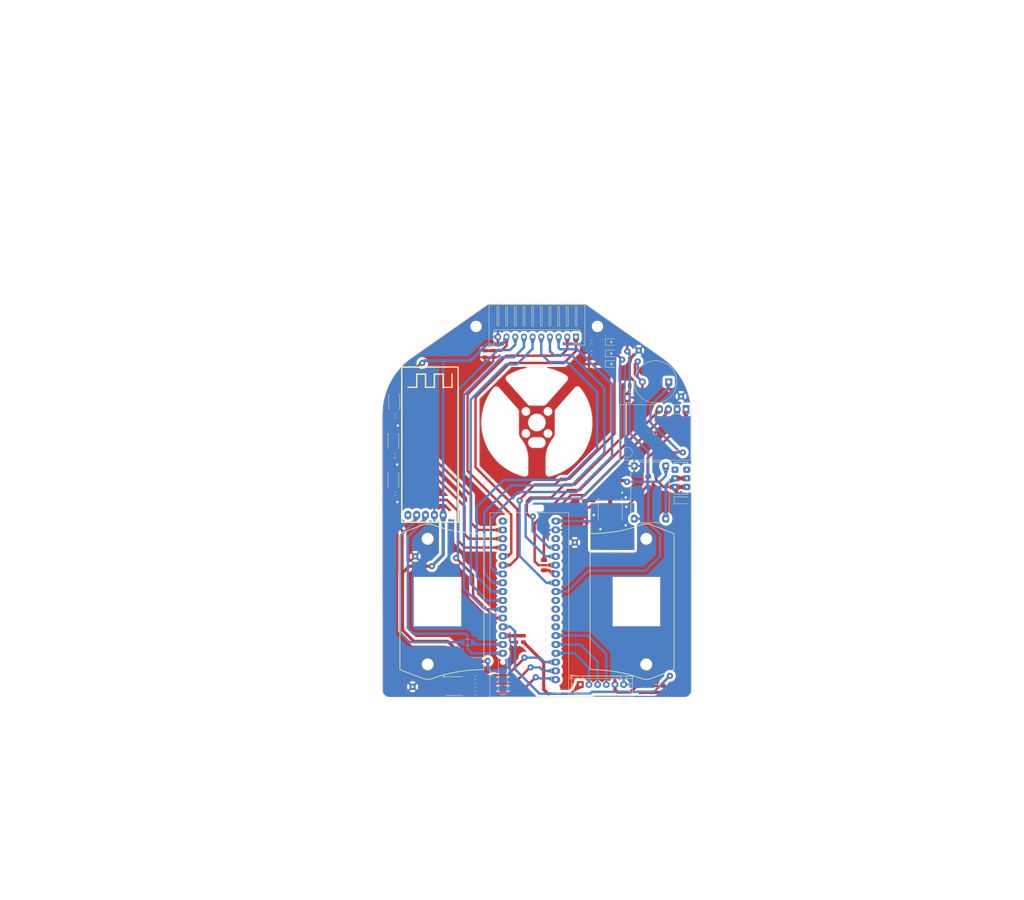
<source format=kicad_pcb>
(kicad_pcb (version 20241229) (generator "pcbnew") (generator_version "9.0")
  (layers (0 "F.Cu" signal) (2 "B.Cu" signal) (13 "F.Paste" user) (15 "B.Paste" user) (5 "F.SilkS" user "F.Silkscreen") (7 "B.SilkS" user "B.Silkscreen") (1 "F.Mask" user) (3 "B.Mask" user) (25 "Edge.Cuts" user))
  (net 0 "")
  (net 1 "Net-(BZ1--)")
  (net 2 "/Vb")
  (net 3 "GND")
  (net 4 "+3.3V")
  (net 5 "/VM")
  (net 6 "Net-(D6-K)")
  (net 7 "/SCL")
  (net 8 "/SDA")
  (net 9 "/Data_S3")
  (net 10 "/Data_1aux")
  (net 11 "/Data_S0")
  (net 12 "/Data_SIG")
  (net 13 "/Data_S1")
  (net 14 "/Data_2aux")
  (net 15 "/Data_S2")
  (net 16 "/Data_EN")
  (net 17 "/BUZ")
  (net 18 "Net-(D3-K)")
  (net 19 "Net-(U6-IN)")
  (net 20 "Net-(D4-K)")
  (net 21 "Net-(D2-BA)")
  (net 22 "Net-(D2-GA)")
  (net 23 "Net-(D2-RA)")
  (net 24 "+5V")
  (net 25 "/PUSH_3")
  (net 26 "/RST")
  (net 27 "/Curr")
  (net 28 "/ESC_M3")
  (net 29 "/ESC_M1")
  (net 30 "/ESC_M2")
  (net 31 "Net-(Q1-G)")
  (net 32 "Net-(R3-Pad2)")
  (net 33 "/V_bat")
  (net 34 "/RGB_B")
  (net 35 "/RGB_G")
  (net 36 "/RGB_R")
  (net 37 "/BL_TX")
  (net 39 "/BL_RX")
  (net 45 "/PUSH_2")
  (net 46 "/PUSH_1")
  (net 51 "/Curr_3V3")
  (net 53 "/LED_O")
  (net 54 "/LED_G")
  (net 55 "/LED_R")
  (footprint "MountingHole:MountingHole_2.2mm_M2" (layer "F.Cu") (at 103.311437 162.03857 90)
    (property "Reference" "H9" (hide yes))
    (property "Value" "M2" (hide yes))
  )
  (footprint "Resistor_SMD:R_0805_2012Metric" (layer "F.Cu") (at 100.4 221.25 -90)
    (property "Reference" "R16" (hide yes))
    (property "Value" "20k")
  )
  (footprint "MixLib:MPU6050_Module" (layer "F.Cu") (at 140.2325 161.1275 -90)
    (property "Reference" "J2")
    (property "Value" "MPU6050")
  )
  (footprint "" (layer "F.Cu") (at 148.05 151.35)
    (property "Reference" "")
    (property "Value" "")
  )
  (footprint "Resistor_SMD:R_0603_1608Metric" (layer "F.Cu") (at 122.305 135.63 180)
    (property "Reference" "R6" (hide yes))
    (property "Value" "1k" (hide yes))
  )
  (footprint "Connector_JST:JST_XH_S10B-XH-A_1x10_P2.50mm_Horizontal" (layer "F.Cu") (at 117.75 134.195 180)
    (property "Reference" "J9" (hide yes))
    (property "Value" "Sensors")
  )
  (footprint "MountingHole:MountingHole_2.2mm_M2" (layer "F.Cu") (at 103.311437 155.674608 180)
    (property "Reference" "H8" (hide yes))
    (property "Value" "M2" (hide yes))
  )
  (footprint "MountingHole:MountingHole_3mm" (layer "F.Cu") (at 75 228.6)
    (property "Reference" "H2" (hide yes))
    (property "Value" "M3" (hide yes))
  )
  (footprint "" (layer "F.Cu") (at 117.4 193.45)
    (property "Reference" "")
    (property "Value" "")
  )
  (footprint "Resistor_SMD:R_0805_2012Metric" (layer "F.Cu") (at 132.35 148.2 180)
    (property "Reference" "R8" (hide yes))
    (property "Value" "330")
  )
  (footprint "Resistor_SMD:R_0603_1608Metric" (layer "F.Cu") (at 88.7 234.65)
    (property "Reference" "R11" (hide yes))
    (property "Value" "1k")
  )
  (footprint "MixLib:BluePill" (layer "F.Cu") (at 111.92 235.55 180)
    (property "Reference" "U1" (hide yes))
    (property "Value" "BluePill_SWD_Breakout" (hide yes))
  )
  (footprint "Resistor_SMD:R_0603_1608Metric" (layer "F.Cu") (at 88.7 232.45)
    (property "Reference" "R12" (hide yes))
    (property "Value" "1k")
  )
  (footprint "Capacitor_SMD:C_0603_1608Metric" (layer "F.Cu") (at 122.9 182.2 -90)
    (property "Reference" "C1" (hide yes))
    (property "Value" "100nF")
  )
  (footprint "MountingHole:MountingHole_3mm" (layer "F.Cu") (at 88.95 131.15)
    (property "Reference" "H11" (hide yes))
    (property "Value" "M3")
  )
  (footprint "Resistor_SMD:R_0603_1608Metric" (layer "F.Cu") (at 88.7 236.85)
    (property "Reference" "R10" (hide yes))
    (property "Value" "1k")
  )
  (footprint "Capacitor_SMD:C_0603_1608Metric" (layer "F.Cu") (at 121.65 187.7 180)
    (property "Reference" "C5" (hide yes))
    (property "Value" "100nF")
  )
  (footprint "MixLib:SW_Push_Sw-3424p_Handsolder" (layer "F.Cu") (at 65.1 164.17 -90)
    (property "Reference" "SW2" (hide yes))
    (property "Value" "PUSH_2")
  )
  (footprint "Capacitor_SMD:C_0805_2012Metric" (layer "F.Cu") (at 93.9 139.1 -90)
    (property "Reference" "C4" (hide yes))
    (property "Value" "100nF" (hide yes))
  )
  (footprint "MountingHole:MountingHole_3mm" (layer "F.Cu") (at 138.02 192.40426)
    (property "Reference" "H3" (hide yes))
    (property "Value" "M3" (hide yes))
  )
  (footprint "Buzzer_Beeper:Buzzer_12x9.5RM7.6" (layer "F.Cu") (at 144.5 147.15 180)
    (property "Reference" "BZ1" (hide yes))
    (property "Value" "Buzzer" (hide yes))
  )
  (footprint "MountingHole:MountingHole_3mm" (layer "F.Cu") (at 123.95 131.15)
    (property "Reference" "H12" (hide yes))
    (property "Value" "M3")
  )
  (footprint "" (layer "F.Cu") (at 70.65 235.05)
    (property "Reference" "")
    (property "Value" "")
  )
  (footprint "MixLib:HC05" (layer "F.Cu") (at 75.66 165.23 -90)
    (property "Reference" "U3" (hide yes))
    (property "Value" "HC05")
  )
  (footprint "MixLib:Mini360_step-down" (layer "F.Cu") (at 139.1 179 90)
    (property "Reference" "U6" (hide yes))
    (property "Value" "CN3905" (hide yes))
  )
  (footprint "MixLib:MagicAlonso_Red_Mod_23.5mm" (layer "F.Cu") (at 135.27 213.40426 180)
    (property "Reference" "REF**" (hide yes))
    (property "Value" "MagicAlonso_Red_Mod_23.5mm" (hide yes))
    (fp_rect (start -6.75 -4.2) (end 6.95 10) (stroke (width 0.1)) (fill no) (layer "Edge.Cuts"))
  )
  (footprint "Resistor_SMD:R_0805_2012Metric" (layer "F.Cu") (at 102.6 221.25 90)
    (property "Reference" "R14" (hide yes))
    (property "Value" "10k")
  )
  (footprint "Resistor_SMD:R_0805_2012Metric" (layer "F.Cu") (at 139.7 235.75 90)
    (property "Reference" "R4" (hide yes))
    (property "Value" "100k")
  )
  (footprint "Capacitor_SMD:C_0805_2012Metric" (layer "F.Cu") (at 91.5 139.1 -90)
    (property "Reference" "C3" (hide yes))
    (property "Value" "10UF")
  )
  (footprint "Resistor_SMD:R_1206_3216Metric" (layer "F.Cu") (at 108.55 200 90)
    (property "Reference" "REF**" (hide yes))
    (property "Value" "R_1206_3216Metric")
  )
  (footprint "LED_SMD:LED_RGB_5050-6" (layer "F.Cu") (at 82.675 234.85)
    (property "Reference" "D2" (hide yes))
    (property "Value" "LED_RGB")
  )
  (footprint "Connector_JST:JST_XH_B6B-XH-A_1x06_P2.50mm_Vertical" (layer "F.Cu") (at 119 234.4)
    (property "Reference" "J5" (hide yes))
    (property "Value" "ESC")
  )
  (footprint "MixLib:LED_0805_2012Metric" (layer "F.Cu") (at 127.7675 135.67)
    (property "Reference" "D6" (hide yes))
    (property "Value" "LED_BLUE" (hide yes))
  )
  (footprint "MixLib:SW_Push_Sw-3424p_Handsolder" (layer "F.Cu") (at 65.1 175.44 -90)
    (property "Reference" "SW4" (hide yes))
    (property "Value" "PUSH_1")
  )
  (footprint "" (layer "F.Cu") (at 135.85 138.1)
    (property "Reference" "")
    (property "Value" "")
  )
  (footprint "MixLib:SW_Push_Sw-3424p_Handsolder" (layer "F.Cu") (at 65.35 152.9 -90)
    (property "Reference" "SW3" (hide yes))
    (property "Value" "PUSH_3")
  )
  (footprint "Resistor_SMD:R_0603_1608Metric" (layer "F.Cu") (at 65.55 157.05)
    (property "Reference" "R13" (hide yes))
    (property "Value" "10k")
  )
  (footprint "Resistor_SMD:R_0603_1608Metric" (layer "F.Cu") (at 65.55 168.45)
    (property "Reference" "R1" (hide yes))
    (property "Value" "10k")
  )
  (footprint "Resistor_SMD:R_0603_1608Metric" (layer "F.Cu") (at 65.6 179.4)
    (property "Reference" "R9" (hide yes))
    (property "Value" "10k")
  )
  (footprint "MixLib:MagicAlonso_Red_Mod_23.5mm" (layer "F.Cu") (at 77.75 207.6)
    (property "Reference" "REF**" (hide yes))
    (property "Value" "MagicAlonso_Red_Mod_23.5mm" (hide yes))
    (fp_rect (start -6.75 -4.2) (end 6.95 10) (stroke (width 0.1)) (fill no) (layer "Edge.Cuts"))
  )
  (footprint "MountingHole:MountingHole_2.2mm_M2" (layer "F.Cu") (at 109.675399 162.03857 90)
    (property "Reference" "H10" (hide yes))
    (property "Value" "M2" (hide yes))
  )
  (footprint "Capacitor_SMD:C_0805_2012Metric" (layer "F.Cu") (at 120.25 182.4 -90)
    (property "Reference" "C6" (hide yes))
    (property "Value" "10uF")
  )
  (footprint "Resistor_SMD:R_0603_1608Metric" (layer "F.Cu") (at 122.305 142.03 180)
    (property "Reference" "R2" (hide yes))
    (property "Value" "1k")
  )
  (footprint "" (layer "F.Cu") (at 71.4 197.45)
    (property "Reference" "")
    (property "Value" "")
  )
  (footprint "MixLib:SW_DPDT_SLIDE_THT" (layer "F.Cu") (at 148 174.95 90)
    (property "Reference" "SW1" (hide yes))
    (property "Value" "Power_SW")
  )
  (footprint "Package_TO_SOT_SMD:SOT-23" (layer "F.Cu") (at 133.4375 151.65)
    (property "Reference" "Q1" (hide yes))
    (property "Value" "IRLML2502")
  )
  (footprint "MixLib:LED_0805_2012Metric" (layer "F.Cu") (at 127.7675 142.01)
    (property "Reference" "D3" (hide yes))
    (property "Value" "LED_BLUE")
  )
  (footprint "Diode_SMD:D_SOD-123" (layer "F.Cu") (at 148.4 181.3)
    (property "Reference" "D1" (hide yes))
    (property "Value" "SS14")
  )
  (footprint "Resistor_SMD:R_0805_2012Metric" (layer "F.Cu") (at 136.5 235.75 -90)
    (property "Reference" "R3" (hide yes))
    (property "Value" "330k")
  )
  (footprint "MountingHole:MountingHole_2.2mm_M2" (layer "F.Cu") (at 109.675399 155.674608 180)
    (property "Reference" "H7" (hide yes))
    (property "Value" "M2" (hide yes))
  )
  (footprint "MixLib:LED_0805_2012Metric" (layer "F.Cu") (at 127.7675 138.97)
    (property "Reference" "D4" (hide yes))
    (property "Value" "LED_BLUE")
  )
  (footprint "Package_TO_SOT_SMD:TO-252-3_TabPin2" (layer "F.Cu") (at 127.625 184.115 -90)
    (property "Reference" "U2" (hide yes))
    (property "Value" "AMS1117CD-3.3")
  )
  (footprint "Resistor_SMD:R_0805_2012Metric" (layer "F.Cu") (at 142.9 235.75 -90)
    (property "Reference" "R5" (hide yes))
    (property "Value" "1k")
  )
  (footprint "Capacitor_SMD:C_0805_2012Metric" (layer "F.Cu") (at 121.55 189.8 180)
    (property "Reference" "C7" (hide yes))
    (property "Value" "10uF")
  )
  (footprint "MountingHole:MountingHole_3mm" (layer "F.Cu") (at 75 192.4)
    (property "Reference" "H1" (hide yes))
    (property "Value" "M3" (hide yes))
  )
  (footprint "Resistor_SMD:R_0603_1608Metric" (layer "F.Cu") (at 122.305 138.83 180)
    (property "Reference" "R7" (hide yes))
    (property "Value" "1k")
  )
  (footprint "MountingHole:MountingHole_3mm" (layer "F.Cu") (at 138.02 228.60426)
    (property "Reference" "H4" (hide yes))
    (property "Value" "M3" (hide yes))
  )
  (footprint "Resistor_SMD:R_1206_3216Metric" (layer "B.Cu") (at 86.55 222.25)
    (property "Reference" "REF**" (hide yes))
    (property "Value" "R_1206_3216Metric")
  )
  (footprint "Resistor_SMD:R_1206_3216Metric" (layer "B.Cu") (at 138.6 175.95 90)
    (property "Reference" "REF**" (hide yes))
    (property "Value" "R_1206_3216Metric")
  )
  (gr_line (start 64 238) (end 149 238) (stroke (width 0.1)) (layer "Edge.Cuts"))
  (gr_line (start 120.51 124.76) (end 142.441908 140.116887) (stroke (width 0.1)) (layer "Edge.Cuts"))
  (gr_line (start 104.95 182.55) (end 107.95 182.55) (stroke (width 0.1)) (layer "Edge.Cuts"))
  (gr_arc (start 104.45 183.05) (mid 104.596447 182.696447) (end 104.95 182.55) (stroke (width 0.1)) (layer "Edge.Cuts"))
  (gr_line (start 109.143679 153.625768) (end 115.210406 146.814408) (stroke (width 0.1)) (layer "Edge.Cuts"))
  (gr_arc (start 108.45 184.05) (mid 108.303553 184.403553) (end 107.95 184.55) (stroke (width 0.1)) (layer "Edge.Cuts"))
  (gr_arc (start 118.977653 148.849398) (mid 121.631172 164.038134) (end 110.226751 174.414938) (stroke (width 0.1)) (layer "Edge.Cuts"))
  (gr_line (start 111.928653 155.009499) (end 117.450643 148.809738) (stroke (width 0.1)) (layer "Edge.Cuts"))
  (gr_arc (start 101.769599 163.312436) (mid 101.42946 162.715446) (end 101.311437 162.03857) (stroke (width 0.1)) (layer "Edge.Cuts"))
  (gr_line (start 92.51 124.76) (end 70.498872 140.172358) (stroke (width 0.1)) (layer "Edge.Cuts"))
  (gr_arc (start 94.009183 148.849398) (mid 94.763484 148.475185) (end 95.536193 148.809738) (stroke (width 0.1)) (layer "Edge.Cuts"))
  (gr_arc (start 142.441908 140.116887) (mid 148.708875 147.261651) (end 150.970377 156.492476) (stroke (width 0.1)) (layer "Edge.Cuts"))
  (gr_arc (start 64 238) (mid 62.585786 237.414214) (end 62 236.000993) (stroke (width 0.1)) (layer "Edge.Cuts"))
  (gr_circle (center 103.311437 155.674608) (end 104.311437 155.674608) (stroke (width 0.1)) (fill no) (layer "Edge.Cuts"))
  (gr_arc (start 109.143679 153.625768) (mid 108.806134 153.873101) (end 108.396935 153.960658) (stroke (width 0.1)) (layer "Edge.Cuts"))
  (gr_line (start 103.993418 169.495509) (end 103.993418 173.442541) (stroke (width 0.1)) (layer "Edge.Cuts"))
  (gr_line (start 108.993418 169.495509) (end 108.993418 173.442541) (stroke (width 0.1)) (layer "Edge.Cuts"))
  (gr_arc (start 110.226751 174.414938) (mid 109.374279 174.227822) (end 108.993418 173.442541) (stroke (width 0.1)) (layer "Edge.Cuts"))
  (gr_arc (start 105.493418 166.156589) (mid 103.993418 164.656589) (end 105.493418 163.156589) (stroke (width 0.1)) (layer "Edge.Cuts"))
  (gr_arc (start 61.970403 156.56285) (mid 64.228465 147.323732) (end 70.498872 140.172358) (stroke (width 0.1)) (layer "Edge.Cuts"))
  (gr_circle (center 106.493418 158.856589) (end 106.593418 158.856589) (stroke (width 0.1)) (fill no) (layer "Edge.Cuts"))
  (gr_line (start 108.45 183.05) (end 108.45 184.05) (stroke (width 0.1)) (layer "Edge.Cuts"))
  (gr_arc (start 104.589903 153.960658) (mid 104.180702 153.873103) (end 103.843157 153.625768) (stroke (width 0.1)) (layer "Edge.Cuts"))
  (gr_arc (start 107.493418 163.156589) (mid 108.993418 164.656589) (end 107.493418 166.156589) (stroke (width 0.1)) (layer "Edge.Cuts"))
  (gr_arc (start 117.450643 148.809738) (mid 118.223352 148.475186) (end 118.977653 148.849398) (stroke (width 0.1)) (layer "Edge.Cuts"))
  (gr_arc (start 111.675399 162.03857) (mid 111.557381 162.715448) (end 111.217237 163.312436) (stroke (width 0.1)) (layer "Edge.Cuts"))
  (gr_line (start 107.95 184.55) (end 104.95 184.55) (stroke (width 0.1)) (layer "Edge.Cuts"))
  (gr_arc (start 111.675399 155.674609) (mid 111.740847 155.318759) (end 111.928653 155.009499) (stroke (width 0.1)) (layer "Edge.Cuts"))
  (gr_line (start 107.493418 163.156589) (end 105.493418 163.156589) (stroke (width 0.1)) (layer "Edge.Cuts"))
  (gr_line (start 111.675399 162.03857) (end 111.675399 155.674609) (stroke (width 0.1)) (layer "Edge.Cuts"))
  (gr_line (start 92.51 124.76) (end 120.51 124.76) (stroke (width 0.1)) (layer "Edge.Cuts"))
  (gr_arc (start 101.058183 155.009499) (mid 101.245982 155.318761) (end 101.311437 155.674608) (stroke (width 0.1)) (layer "Edge.Cuts"))
  (gr_arc (start 107.95 182.55) (mid 108.303553 182.696447) (end 108.45 183.05) (stroke (width 0.1)) (layer "Edge.Cuts"))
  (gr_arc (start 102.760085 174.414938) (mid 91.355664 164.038134) (end 94.009183 148.849398) (stroke (width 0.1)) (layer "Edge.Cuts"))
  (gr_line (start 101.311437 155.674608) (end 101.311437 162.03857) (stroke (width 0.1)) (layer "Edge.Cuts"))
  (gr_arc (start 108.993418 169.495509) (mid 109.566276 166.210096) (end 111.217237 163.312436) (stroke (width 0.1)) (layer "Edge.Cuts"))
  (gr_line (start 62 236.000993) (end 61.970403 156.56285) (stroke (width 0.1)) (layer "Edge.Cuts"))
  (gr_circle (center 106.493418 158.856589) (end 108.993418 158.856589) (stroke (width 0.1)) (fill no) (layer "Edge.Cuts"))
  (gr_circle (center 103.311437 162.03857) (end 104.311437 162.03857) (stroke (width 0.1)) (fill no) (layer "Edge.Cuts"))
  (gr_line (start 95.536193 148.809738) (end 101.058183 155.009499) (stroke (width 0.1)) (layer "Edge.Cuts"))
  (gr_line (start 104.45 184.05) (end 104.45 183.05) (stroke (width 0.1)) (layer "Edge.Cuts"))
  (gr_line (start 97.776429 146.814409) (end 103.843157 153.625768) (stroke (width 0.1)) (layer "Edge.Cuts"))
  (gr_arc (start 103.993418 173.442541) (mid 103.612557 174.227822) (end 102.760085 174.414938) (stroke (width 0.1)) (layer "Edge.Cuts"))
  (gr_arc (start 104.95 184.55) (mid 104.596447 184.403553) (end 104.45 184.05) (stroke (width 0.1)) (layer "Edge.Cuts"))
  (gr_arc (start 151 236.000993) (mid 150.414214 237.414214) (end 149 238) (stroke (width 0.1)) (layer "Edge.Cuts"))
  (gr_line (start 151 236) (end 150.970377 156.492476) (stroke (width 0.1)) (layer "Edge.Cuts"))
  (gr_arc (start 97.776429 146.814409) (mid 97.533167 146.008289) (end 97.991826 145.302146) (stroke (width 0.1)) (layer "Edge.Cuts"))
  (gr_line (start 104.589903 153.960658) (end 108.396935 153.960658) (stroke (width 0.1)) (layer "Edge.Cuts"))
  (gr_circle (center 109.675399 155.674608) (end 110.675399 155.674608) (stroke (width 0.1)) (fill no) (layer "Edge.Cuts"))
  (gr_circle (center 109.675399 162.03857) (end 110.675399 162.03857) (stroke (width 0.1)) (fill no) (layer "Edge.Cuts"))
  (gr_arc (start 97.991826 145.302146) (mid 106.493418 142.856589) (end 114.99501 145.302146) (stroke (width 0.1)) (layer "Edge.Cuts"))
  (gr_arc (start 114.99501 145.302146) (mid 115.453668 146.008289) (end 115.210406 146.814408) (stroke (width 0.1)) (layer "Edge.Cuts"))
  (gr_line (start 105.493418 166.156589) (end 107.493418 166.156589) (stroke (width 0.1)) (layer "Edge.Cuts"))
  (gr_arc (start 101.769599 163.312436) (mid 103.420561 166.210096) (end 103.993418 169.495509) (stroke (width 0.1)) (layer "Edge.Cuts"))
  (segment (start 135.55 141.25) (end 134.75 142.05) (width 0.7) (layer "F.Cu") (net 1))
  (segment (start 134.75 142.05) (end 134.75 145) (width 0.7) (layer "F.Cu") (net 1))
  (segment (start 136.15 151.65) (end 136.9 150.9) (width 0.7) (layer "F.Cu") (net 1))
  (segment (start 134.375 151.65) (end 136.15 151.65) (width 0.7) (layer "F.Cu") (net 1))
  (segment (start 134.75 145) (end 136.9 147.15) (width 0.7) (layer "F.Cu") (net 1))
  (segment (start 136.9 150.9) (end 136.9 147.15) (width 0.7) (layer "F.Cu") (net 1))
  (via (at 135.55 141.25) (size 1.8) (drill 0.7) (layers "F.Cu" "B.Cu") (net 1))
  (segment (start 135.55 145.8) (end 136.9 147.15) (width 0.7) (layer "B.Cu") (net 1))
  (segment (start 135.55 141.25) (end 135.55 145.8) (width 0.7) (layer "B.Cu") (net 1))
  (segment (start 146.3 177.45) (end 149.7 177.45) (width 0.9) (layer "F.Cu") (net 2))
  (segment (start 140.85 170.05) (end 140.85 175.3) (width 0.7) (layer "F.Cu") (net 2))
  (segment (start 146.75 177.9) (end 146.3 177.45) (width 0.9) (layer "F.Cu") (net 2))
  (segment (start 140.85 175.3) (end 143 177.45) (width 0.7) (layer "F.Cu") (net 2))
  (segment (start 146.75 181.3) (end 146.75 177.9) (width 0.9) (layer "F.Cu") (net 2))
  (segment (start 148.55 167.5) (end 143.4 167.5) (width 0.7) (layer "F.Cu") (net 2))
  (segment (start 143.4 167.5) (end 140.85 170.05) (width 0.7) (layer "F.Cu") (net 2))
  (segment (start 143 177.45) (end 146.3 177.45) (width 0.7) (layer "F.Cu") (net 2))
  (via (at 148.55 167.5) (size 1.8) (drill 0.7) (layers "F.Cu" "B.Cu") (net 2))
  (segment (start 147.8 167.5) (end 148.55 167.5) (width 0.7) (layer "B.Cu") (net 2))
  (segment (start 139.25 158.95) (end 147.8 167.5) (width 0.7) (layer "B.Cu") (net 2))
  (segment (start 144.5 148.65) (end 139.25 153.9) (width 0.7) (layer "B.Cu") (net 2))
  (segment (start 139.25 153.9) (end 139.25 158.95) (width 0.7) (layer "B.Cu") (net 2))
  (segment (start 144.5 147.15) (end 144.5 148.65) (width 0.7) (layer "B.Cu") (net 2))
  (segment (start 122.875 182.95) (end 122.9 182.975) (width 0.7) (layer "F.Cu") (net 3))
  (segment (start 120.25 183.35) (end 121.6 183.35) (width 0.7) (layer "F.Cu") (net 3))
  (segment (start 121.6 183.35) (end 122 182.95) (width 0.7) (layer "F.Cu") (net 3))
  (segment (start 122 182.95) (end 122.875 182.95) (width 0.7) (layer "F.Cu") (net 3))
  (via (at 66.4 159.75) (size 1.8) (drill 0.7) (layers "F.Cu" "B.Cu") (net 3))
  (via (at 66.2 171) (size 1.8) (drill 0.7) (layers "F.Cu" "B.Cu") (net 3))
  (via (at 132.1 180.45) (size 1.8) (drill 0.7) (layers "F.Cu" "B.Cu") (net 3))
  (via (at 66.25 181.8) (size 1.8) (drill 0.7) (layers "F.Cu" "B.Cu") (net 3))
  (segment (start 96.68 233.01) (end 99.16 233.01) (width 0.9) (layer "B.Cu") (net 3))
  (segment (start 96.68 235.55) (end 93.3 235.55) (width 0.9) (layer "B.Cu") (net 3))
  (segment (start 96.68 235.55) (end 99.45 235.55) (width 0.9) (layer "B.Cu") (net 3))
  (segment (start 96.68 233.01) (end 93.34 233.01) (width 0.9) (layer "B.Cu") (net 3))
  (segment (start 67.725 202.175) (end 67.725 190.075) (width 0.7) (layer "F.Cu") (net 4))
  (segment (start 62.58 162.17) (end 62.5 162.25) (width 0.7) (layer "F.Cu") (net 4))
  (segment (start 65.35 151.1) (end 65.35 150.9) (width 0.7) (layer "F.Cu") (net 4))
  (segment (start 97.75 136.65) (end 97.75 134.195) (width 0.7) (layer "F.Cu") (net 4))
  (segment (start 149.4725 158.0775) (end 138.4 169.15) (width 0.7) (layer "F.Cu") (net 4))
  (segment (start 73.05 141.8) (end 65.35 149.5) (width 0.7) (layer "F.Cu") (net 4))
  (segment (start 149.4725 155.0475) (end 149.4725 158.0775) (width 0.7) (layer "F.Cu") (net 4))
  (segment (start 62.56 173.44) (end 62.5 173.5) (width 0.7) (layer "F.Cu") (net 4))
  (segment (start 79.47 197.03) (end 79.47 185.55) (width 0.9) (layer "F.Cu") (net 4))
  (segment (start 71 221.95) (end 67.75 218.7) (width 0.9) (layer "F.Cu") (net 4))
  (segment (start 80.8 221.95) (end 71 221.95) (width 0.9) (layer "F.Cu") (net 4))
  (segment (start 67.725 190.075) (end 62.5 184.85) (width 0.7) (layer "F.Cu") (net 4))
  (segment (start 138.4 177.05) (end 132.3 183.15) (width 0.7) (layer "F.Cu") (net 4))
  (segment (start 73.45 141.7) (end 73.35 141.8) (width 0.7) (layer "F.Cu") (net 4))
  (segment (start 127.625 179.075) (end 127.625 185.375) (width 1.2) (layer "F.Cu") (net 4))
  (segment (start 67.75 202.2) (end 67.725 202.175) (width 0.7) (layer "F.Cu") (net 4))
  (segment (start 93.9 138.15) (end 96.25 138.15) (width 0.7) (layer "F.Cu") (net 4))
  (segment (start 67.75 202.2) (end 69.65 200.3) (width 0.9) (layer "F.Cu") (net 4))
  (segment (start 62.5 162.25) (end 62.5 156) (width 0.7) (layer "F.Cu") (net 4))
  (segment (start 92.175 227.725) (end 86.575 227.725) (width 0.9) (layer "F.Cu") (net 4))
  (segment (start 64.85 150.9) (end 65.35 150.9) (width 0.7) (layer "F.Cu") (net 4))
  (segment (start 65.1 162.17) (end 62.58 162.17) (width 0.7) (layer "F.Cu") (net 4))
  (segment (start 65.35 149.5) (end 65.35 150.9) (width 0.7) (layer "F.Cu") (net 4))
  (segment (start 91.5 138.15) (end 93.9 138.15) (width 0.7) (layer "F.Cu") (net 4))
  (segment (start 67.75 218.7) (end 67.75 202.2) (width 0.9) (layer "F.Cu") (net 4))
  (segment (start 92.3 227.6) (end 92.175 227.725) (width 0.9) (layer "F.Cu") (net 4))
  (segment (start 138.4 169.15) (end 138.4 177.05) (width 0.7) (layer "F.Cu") (net 4))
  (segment (start 62.5 173.5) (end 62.5 162.25) (width 0.7) (layer "F.Cu") (net 4))
  (segment (start 62.5 184.85) (end 62.5 173.5) (width 0.7) (layer "F.Cu") (net 4))
  (segment (start 86.575 227.725) (end 80.8 221.95) (width 0.9) (layer "F.Cu") (net 4))
  (segment (start 69.65 200.3) (end 76.2 200.3) (width 0.9) (layer "F.Cu") (net 4))
  (segment (start 96.25 138.15) (end 97.75 136.65) (width 0.7) (layer "F.Cu") (net 4))
  (segment (start 76.2 200.3) (end 79.47 197.03) (width 0.9) (layer "F.Cu") (net 4))
  (segment (start 62.5 156) (end 63 155.5) (width 0.7) (layer "F.Cu") (net 4))
  (segment (start 73.35 141.8) (end 73.05 141.8) (width 0.7) (layer "F.Cu") (net 4))
  (segment (start 127.583333 185.333333) (end 127.625 185.375) (width 0.7) (layer "F.Cu") (net 4))
  (segment (start 63 152.75) (end 64.85 150.9) (width 0.7) (layer "F.Cu") (net 4))
  (segment (start 63 155.5) (end 63 152.75) (width 0.7) (layer "F.Cu") (net 4))
  (segment (start 65.1 173.44) (end 62.56 173.44) (width 0.7) (layer "F.Cu") (net 4))
  (via (at 122.9 185.55) (size 1.8) (drill 0.7) (layers "F.Cu" "B.Cu") (net 4))
  (via (at 92.3 227.6) (size 1.8) (drill 0.7) (layers "F.Cu" "B.Cu") (net 4))
  (via (at 76.2 200.3) (size 1.8) (drill 0.7) (layers "F.Cu" "B.Cu") (net 4))
  (via (at 124.8 189.6) (size 1.8) (drill 0.7) (layers "F.Cu" "B.Cu") (net 4))
  (via (at 132.3 183.15) (size 1.8) (drill 0.7) (layers "F.Cu" "B.Cu") (net 4))
  (via (at 132.1 188.5) (size 1.8) (drill 0.7) (layers "F.Cu" "B.Cu") (net 4))
  (via (at 73.45 141.7) (size 1.8) (drill 0.7) (layers "F.Cu" "B.Cu") (net 4))
  (segment (start 93.045 230.47) (end 96.68 230.47) (width 0.9) (layer "B.Cu") (net 4))
  (segment (start 92.3 227.6) (end 92.3 229.725) (width 0.9) (layer "B.Cu") (net 4))
  (segment (start 97.75 135.05) (end 97.75 134.195) (width 0.9) (layer "B.Cu") (net 4))
  (segment (start 74.1 141.05) (end 79.45 141.05) (width 0.9) (layer "B.Cu") (net 4))
  (segment (start 92.1 136.3) (end 96.5 136.3) (width 0.9) (layer "B.Cu") (net 4))
  (segment (start 79.47 141.07) (end 79.47 185.55) (width 0.7) (layer "B.Cu") (net 4))
  (segment (start 92.3 229.725) (end 93.045 230.47) (width 0.9) (layer "B.Cu") (net 4))
  (segment (start 79.45 141.05) (end 79.47 141.07) (width 0.7) (layer "B.Cu") (net 4))
  (segment (start 73.45 141.7) (end 74.1 141.05) (width 0.9) (layer "B.Cu") (net 4))
  (segment (start 111.92 187.29) (end 122.79 187.29) (width 0.7) (layer "B.Cu") (net 4))
  (segment (start 79.47 197.03) (end 76.2 200.3) (width 0.9) (layer "B.Cu") (net 4))
  (segment (start 79.45 141.05) (end 87.35 141.05) (width 0.9) (layer "B.Cu") (net 4))
  (segment (start 79.47 185.55) (end 79.47 197.03) (width 0.9) (layer "B.Cu") (net 4))
  (segment (start 96.5 136.3) (end 97.75 135.05) (width 0.9) (layer "B.Cu") (net 4))
  (segment (start 87.35 141.05) (end 92.1 136.3) (width 0.9) (layer "B.Cu") (net 4))
  (segment (start 136.05 221.85) (end 142.4 221.85) (width 0.9) (layer "F.Cu") (net 5))
  (segment (start 129 234.4) (end 129 228.9) (width 0.9) (layer "F.Cu") (net 5))
  (segment (start 133.45 236.6) (end 135.2125 234.8375) (width 0.9) (layer "F.Cu") (net 5))
  (segment (start 150.05 183.9) (end 150.05 181.3) (width 0.9) (layer "F.Cu") (net 5))
  (segment (start 129 228.9) (end 136.05 221.85) (width 0.9) (layer "F.Cu") (net 5))
  (segment (start 136.4875 234.85) (end 136.5 234.8375) (width 0.9) (layer "F.Cu") (net 5))
  (segment (start 129.75 236.6) (end 133.45 236.6) (width 0.9) (layer "F.Cu") (net 5))
  (segment (start 129 235.85) (end 129.75 236.6) (width 0.9) (layer "F.Cu") (net 5))
  (segment (start 135.2125 234.8375) (end 136.5 234.8375) (width 0.9) (layer "F.Cu") (net 5))
  (segment (start 142.4 221.85) (end 147.35 216.9) (width 0.9) (layer "F.Cu") (net 5))
  (segment (start 147.35 186.6) (end 150.05 183.9) (width 0.9) (layer "F.Cu") (net 5))
  (segment (start 129 234.4) (end 129 235.85) (width 0.9) (layer "F.Cu") (net 5))
  (segment (start 147.35 216.9) (end 147.35 186.6) (width 0.9) (layer "F.Cu") (net 5))
  (segment (start 123.15 135.65) (end 123.13 135.63) (width 0.7) (layer "F.Cu") (net 6))
  (segment (start 126.98 135.65) (end 123.15 135.65) (width 0.7) (layer "F.Cu") (net 6))
  (segment (start 108.55 201.4625) (end 109.9125 201.4625) (width 0.7) (layer "F.Cu") (net 7))
  (segment (start 108.5 198.4875) (end 108.55 198.5375) (width 0.7) (layer "F.Cu") (net 7))
  (segment (start 109.9125 201.4625) (end 110.98 202.53) (width 0.7) (layer "F.Cu") (net 7))
  (segment (start 110.98 202.53) (end 111.92 202.53) (width 0.7) (layer "F.Cu") (net 7))
  (segment (start 144.3925 155.7075) (end 120.3 179.8) (width 0.7) (layer "F.Cu") (net 7))
  (segment (start 108.5 187.6) (end 108.5 198.4875) (width 0.7) (layer "F.Cu") (net 7))
  (segment (start 120.3 179.8) (end 116.3 179.8) (width 0.7) (layer "F.Cu") (net 7))
  (segment (start 116.3 179.8) (end 108.5 187.6) (width 0.7) (layer "F.Cu") (net 7))
  (segment (start 144.3925 155.0475) (end 144.3925 155.7075) (width 0.7) (layer "F.Cu") (net 7))
  (segment (start 115.4 178.35) (end 105.85 187.9) (width 0.7) (layer "F.Cu") (net 8))
  (segment (start 118.8 178.35) (end 115.4 178.35) (width 0.7) (layer "F.Cu") (net 8))
  (segment (start 106.95 200) (end 107.65 200) (width 0.7) (layer "F.Cu") (net 8))
  (segment (start 105.85 187.9) (end 105.85 198.9) (width 0.7) (layer "F.Cu") (net 8))
  (segment (start 105.85 198.9) (end 106.95 200) (width 0.7) (layer "F.Cu") (net 8))
  (segment (start 107.65 200) (end 107.66 199.99) (width 0.7) (layer "F.Cu") (net 8))
  (segment (start 141.8525 155.0475) (end 141.8525 155.2975) (width 0.7) (layer "F.Cu") (net 8))
  (segment (start 107.66 199.99) (end 111.92 199.99) (width 0.7) (layer "F.Cu") (net 8))
  (segment (start 141.8525 155.2975) (end 118.8 178.35) (width 0.7) (layer "F.Cu") (net 8))
  (segment (start 99.05 177) (end 91.3 184.75) (width 0.7) (layer "B.Cu") (net 9))
  (segment (start 93.97 205.07) (end 96.68 205.07) (width 0.7) (layer "B.Cu") (net 9))
  (segment (start 125.95 148.9) (end 125.95 167.6) (width 0.7) (layer "B.Cu") (net 9))
  (segment (start 110.25 134.195) (end 110.25 138.3) (width 0.7) (layer "B.Cu") (net 9))
  (segment (start 111.4 139.45) (end 116.5 139.45) (width 0.7) (layer "B.Cu") (net 9))
  (segment (start 91.3 202.4) (end 93.97 205.07) (width 0.7) (layer "B.Cu") (net 9))
  (segment (start 116.55 177) (end 99.05 177) (width 0.7) (layer "B.Cu") (net 9))
  (segment (start 91.3 184.75) (end 91.3 202.4) (width 0.7) (layer "B.Cu") (net 9))
  (segment (start 110.25 138.3) (end 111.4 139.45) (width 0.7) (layer "B.Cu") (net 9))
  (segment (start 125.95 167.6) (end 116.55 177) (width 0.7) (layer "B.Cu") (net 9))
  (segment (start 116.5 139.45) (end 125.95 148.9) (width 0.7) (layer "B.Cu") (net 9))
  (segment (start 98.15 197.45) (end 96.68 197.45) (width 0.7) (layer "F.Cu") (net 10))
  (segment (start 115.25 134.195) (end 115.25 137.75) (width 0.7) (layer "F.Cu") (net 10))
  (segment (start 86.5 172.85) (end 99.1 185.45) (width 0.7) (layer "F.Cu") (net 10))
  (segment (start 86.5 150.75) (end 86.5 172.85) (width 0.7) (layer "F.Cu") (net 10))
  (segment (start 113.4 139.6) (end 97.65 139.6) (width 0.7) (layer "F.Cu") (net 10))
  (segment (start 115.25 137.75) (end 113.4 139.6) (width 0.7) (layer "F.Cu") (net 10))
  (segment (start 97.65 139.6) (end 86.5 150.75) (width 0.7) (layer "F.Cu") (net 10))
  (segment (start 99.1 196.5) (end 98.15 197.45) (width 0.7) (layer "F.Cu") (net 10))
  (segment (start 99.1 185.45) (end 99.1 196.5) (width 0.7) (layer "F.Cu") (net 10))
  (segment (start 102.75 134.195) (end 102.75 137.2) (width 0.7) (layer "B.Cu") (net 11))
  (segment (start 85.45 206.75) (end 91.39 212.69) (width 0.7) (layer "B.Cu") (net 11))
  (segment (start 91.39 212.69) (end 96.68 212.69) (width 0.7) (layer "B.Cu") (net 11))
  (segment (start 85.45 150.95) (end 85.45 206.75) (width 0.7) (layer "B.Cu") (net 11))
  (segment (start 102.75 137.2) (end 99.9 140.05) (width 0.7) (layer "B.Cu") (net 11))
  (segment (start 96.35 140.05) (end 85.45 150.95) (width 0.7) (layer "B.Cu") (net 11))
  (segment (start 99.9 140.05) (end 96.35 140.05) (width 0.7) (layer "B.Cu") (net 11))
  (segment (start 112.75 134.195) (end 112.75 137.3) (width 0.7) (layer "B.Cu") (net 12))
  (segment (start 117.85 178.9) (end 100.95 178.9) (width 0.7) (layer "B.Cu") (net 12))
  (segment (start 128.15 147.8) (end 128.15 168.6) (width 0.7) (layer "B.Cu") (net 12))
  (segment (start 112.75 137.3) (end 113.2 137.75) (width 0.7) (layer "B.Cu") (net 12))
  (segment (start 128.15 168.6) (end 117.85 178.9) (width 0.7) (layer "B.Cu") (net 12))
  (segment (start 118.1 137.75) (end 128.15 147.8) (width 0.7) (layer "B.Cu") (net 12))
  (segment (start 93.2 186.65) (end 93.2 200.65) (width 0.7) (layer "B.Cu") (net 12))
  (segment (start 100.95 178.9) (end 93.2 186.65) (width 0.7) (layer "B.Cu") (net 12))
  (segment (start 95.08 202.53) (end 96.68 202.53) (width 0.7) (layer "B.Cu") (net 12))
  (segment (start 113.2 137.75) (end 118.1 137.75) (width 0.7) (layer "B.Cu") (net 12))
  (segment (start 93.2 200.65) (end 95.08 202.53) (width 0.7) (layer "B.Cu") (net 12))
  (segment (start 100.7 142.1) (end 97.55 142.1) (width 0.7) (layer "B.Cu") (net 13))
  (segment (start 105.25 134.195) (end 105.25 137.55) (width 0.7) (layer "B.Cu") (net 13))
  (segment (start 87.4 152.25) (end 87.4 205.35) (width 0.7) (layer "B.Cu") (net 13))
  (segment (start 105.25 137.55) (end 100.7 142.1) (width 0.7) (layer "B.Cu") (net 13))
  (segment (start 87.4 205.35) (end 92.2 210.15) (width 0.7) (layer "B.Cu") (net 13))
  (segment (start 92.2 210.15) (end 96.68 210.15) (width 0.7) (layer "B.Cu") (net 13))
  (segment (start 97.55 142.1) (end 87.4 152.25) (width 0.7) (layer "B.Cu") (net 13))
  (segment (start 98.7 141.7) (end 88.8 151.6) (width 0.7) (layer "F.Cu") (net 14))
  (segment (start 88.8 171.8) (end 100.9 183.9) (width 0.7) (layer "F.Cu") (net 14))
  (segment (start 117.75 138.25) (end 114.3 141.7) (width 0.7) (layer "F.Cu") (net 14))
  (segment (start 98.76 199.99) (end 96.68 199.99) (width 0.7) (layer "F.Cu") (net 14))
  (segment (start 117.75 134.195) (end 117.75 138.25) (width 0.7) (layer "F.Cu") (net 14))
  (segment (start 100.9 197.85) (end 98.76 199.99) (width 0.7) (layer "F.Cu") (net 14))
  (segment (start 100.9 183.9) (end 100.9 197.85) (width 0.7) (layer "F.Cu") (net 14))
  (segment (start 114.3 141.7) (end 98.7 141.7) (width 0.7) (layer "F.Cu") (net 14))
  (segment (start 88.8 151.6) (end 88.8 171.8) (width 0.7) (layer "F.Cu") (net 14))
  (segment (start 93.46 207.61) (end 96.68 207.61) (width 0.7) (layer "B.Cu") (net 15))
  (segment (start 89.15 203.3) (end 93.46 207.61) (width 0.7) (layer "B.Cu") (net 15))
  (segment (start 89.15 183.15) (end 89.15 203.3) (width 0.7) (layer "B.Cu") (net 15))
  (segment (start 107.75 134.195) (end 107.75 139.1) (width 0.7) (layer "B.Cu") (net 15))
  (segment (start 110.1 141.45) (end 115.2 141.45) (width 0.7) (layer "B.Cu") (net 15))
  (segment (start 114.95 175.4) (end 96.9 175.4) (width 0.7) (layer "B.Cu") (net 15))
  (segment (start 123.85 150.1) (end 123.85 166.5) (width 0.7) (layer "B.Cu") (net 15))
  (segment (start 115.2 141.45) (end 123.85 150.1) (width 0.7) (layer "B.Cu") (net 15))
  (segment (start 96.9 175.4) (end 89.15 183.15) (width 0.7) (layer "B.Cu") (net 15))
  (segment (start 123.85 166.5) (end 114.95 175.4) (width 0.7) (layer "B.Cu") (net 15))
  (segment (start 107.75 139.1) (end 110.1 141.45) (width 0.7) (layer "B.Cu") (net 15))
  (segment (start 88.1 202.85) (end 88.1 208.8) (width 0.7) (layer "F.Cu") (net 16))
  (segment (start 83.2 197.95) (end 88.1 202.85) (width 0.7) (layer "F.Cu") (net 16))
  (segment (start 88.1 208.8) (end 94.53 215.23) (width 0.7) (layer "F.Cu") (net 16))
  (segment (start 94.53 215.23) (end 96.68 215.23) (width 0.7) (layer "F.Cu") (net 16))
  (via (at 83.2 197.95) (size 1.8) (drill 0.7) (layers "F.Cu" "B.Cu") (net 16))
  (segment (start 100.25 136.45) (end 100.25 134.195) (width 0.7) (layer "B.Cu") (net 16))
  (segment (start 83.2 197.95) (end 83.7 197.45) (width 0.7) (layer "B.Cu") (net 16))
  (segment (start 83.7 197.45) (end 83.7 149.55) (width 0.7) (layer "B.Cu") (net 16))
  (segment (start 83.7 149.55) (end 95.3 137.95) (width 0.7) (layer "B.Cu") (net 16))
  (segment (start 95.3 137.95) (end 98.75 137.95) (width 0.7) (layer "B.Cu") (net 16))
  (segment (start 98.75 137.95) (end 100.25 136.45) (width 0.7) (layer "B.Cu") (net 16))
  (segment (start 114.4 176.75) (end 117.4 176.75) (width 0.7) (layer "F.Cu") (net 17))
  (segment (start 131.2115 148.426) (end 131.4375 148.2) (width 0.7) (layer "F.Cu") (net 17))
  (segment (start 104.6 180.5) (end 110.65 180.5) (width 0.7) (layer "F.Cu") (net 17))
  (segment (start 117.4 176.75) (end 131.2115 162.9385) (width 0.7) (layer "F.Cu") (net 17))
  (segment (start 103.6 185.15) (end 103.6 181.5) (width 0.7) (layer "F.Cu") (net 17))
  (segment (start 104.4 185.95) (end 103.6 185.15) (width 0.7) (layer "F.Cu") (net 17))
  (segment (start 131.2115 162.9385) (end 131.2115 148.426) (width 0.7) (layer "F.Cu") (net 17))
  (segment (start 103.6 181.5) (end 104.6 180.5) (width 0.7) (layer "F.Cu") (net 17))
  (segment (start 105.3 185.95) (end 104.4 185.95) (width 0.7) (layer "F.Cu") (net 17))
  (segment (start 110.65 180.5) (end 114.4 176.75) (width 0.7) (layer "F.Cu") (net 17))
  (via (at 105.3 185.95) (size 1.8) (drill 0.7) (layers "F.Cu" "B.Cu") (net 17))
  (segment (start 105.25 190.2) (end 109.96 194.91) (width 0.7) (layer "B.Cu") (net 17))
  (segment (start 105.25 186) (end 105.25 190.2) (width 0.7) (layer "B.Cu") (net 17))
  (segment (start 105.3 185.95) (end 105.25 186) (width 0.7) (layer "B.Cu") (net 17))
  (segment (start 109.96 194.91) (end 111.92 194.91) (width 0.7) (layer "B.Cu") (net 17))
  (segment (start 126.98 141.99) (end 123.17 141.99) (width 0.7) (layer "F.Cu") (net 18))
  (segment (start 123.17 141.99) (end 123.13 142.03) (width 0.7) (layer "F.Cu") (net 18))
  (segment (start 146.3 174.95) (end 149.7 174.95) (width 0.9) (layer "F.Cu") (net 19))
  (segment (start 143.67 177.03) (end 145.75 174.95) (width 0.9) (layer "B.Cu") (net 19))
  (segment (start 143.67 186.62) (end 143.67 177.03) (width 0.9) (layer "B.Cu") (net 19))
  (segment (start 145.75 174.95) (end 146.3 174.95) (width 0.9) (layer "B.Cu") (net 19))
  (segment (start 126.98 138.95) (end 123.25 138.95) (width 0.7) (layer "F.Cu") (net 20))
  (segment (start 123.25 138.95) (end 123.13 138.83) (width 0.7) (layer "F.Cu") (net 20))
  (segment (start 87.875 236.85) (end 87.775 236.75) (width 0.7) (layer "F.Cu") (net 21))
  (segment (start 87.775 236.75) (end 85.275 236.75) (width 0.7) (layer "F.Cu") (net 21))
  (segment (start 85.275 236.75) (end 85.075 236.55) (width 0.7) (layer "F.Cu") (net 21))
  (segment (start 86.9 234.65) (end 87.875 234.65) (width 0.7) (layer "F.Cu") (net 22))
  (segment (start 86.7 234.85) (end 86.9 234.65) (width 0.7) (layer "F.Cu") (net 22))
  (segment (start 85.075 234.85) (end 86.7 234.85) (width 0.7) (layer "F.Cu") (net 22))
  (segment (start 86.4 233.15) (end 87.1 232.45) (width 0.7) (layer "F.Cu") (net 23))
  (segment (start 85.075 233.15) (end 86.4 233.15) (width 0.7) (layer "F.Cu") (net 23))
  (segment (start 87.1 232.45) (end 87.875 232.45) (width 0.7) (layer "F.Cu") (net 23))
  (segment (start 120.25 181.45) (end 122.875 181.45) (width 0.7) (layer "F.Cu") (net 24))
  (segment (start 127.35 175.6) (end 125.4 177.55) (width 0.9) (layer "F.Cu") (net 24))
  (segment (start 125.4 177.55) (end 125.4 179.02) (width 0.9) (layer "F.Cu") (net 24))
  (segment (start 132.1 175.6) (end 127.35 175.6) (width 0.9) (layer "F.Cu") (net 24))
  (segment (start 132.45 175.95) (end 132.1 175.6) (width 0.9) (layer "F.Cu") (net 24))
  (segment (start 123.725 179.075) (end 125.345 179.075) (width 0.7) (layer "F.Cu") (net 24))
  (segment (start 125.4 179.02) (end 125.345 179.075) (width 0.9) (layer "F.Cu") (net 24))
  (segment (start 122.9 179.9) (end 123.725 179.075) (width 0.7) (layer "F.Cu") (net 24))
  (segment (start 122.9 181.425) (end 122.9 179.9) (width 0.7) (layer "F.Cu") (net 24))
  (segment (start 122.875 181.45) (end 122.9 181.425) (width 0.7) (layer "F.Cu") (net 24))
  (via (at 132.45 175.95) (size 1.8) (drill 0.7) (layers "F.Cu" "B.Cu") (net 24))
  (segment (start 143.67 174.23) (end 143.67 171.38) (width 0.7) (layer "B.Cu") (net 24))
  (segment (start 132.45 175.95) (end 141.95 175.95) (width 0.7) (layer "B.Cu") (net 24))
  (segment (start 141.95 175.95) (end 143.67 174.23) (width 0.7) (layer "B.Cu") (net 24))
  (segment (start 69.95 157.7) (end 69.95 162.4) (width 0.7) (layer "F.Cu") (net 25))
  (segment (start 66.375 157.05) (end 69.3 157.05) (width 0.7) (layer "F.Cu") (net 25))
  (segment (start 87.5 187.8) (end 89.53 189.83) (width 0.7) (layer "F.Cu") (net 25))
  (segment (start 87.5 179.95) (end 87.5 187.8) (width 0.7) (layer "F.Cu") (net 25))
  (segment (start 67.15 154.9) (end 69.95 157.7) (width 0.7) (layer "F.Cu") (net 25))
  (segment (start 69.95 161.66) (end 69.95 162.4) (width 0.7) (layer "F.Cu") (net 25))
  (segment (start 65.35 154.9) (end 67.15 154.9) (width 0.7) (layer "F.Cu") (net 25))
  (segment (start 69.3 157.05) (end 69.95 157.7) (width 0.7) (layer "F.Cu") (net 25))
  (segment (start 69.95 159.9) (end 69.95 162.4) (width 0.7) (layer "F.Cu") (net 25))
  (segment (start 89.53 189.83) (end 96.68 189.83) (width 0.7) (layer "F.Cu") (net 25))
  (segment (start 69.95 162.4) (end 87.5 179.95) (width 0.7) (layer "F.Cu") (net 25))
  (segment (start 108.45 235.85) (end 108.45 228.0125) (width 0.9) (layer "F.Cu") (net 27))
  (segment (start 110.25 237.05) (end 109.65 237.05) (width 0.9) (layer "F.Cu") (net 27))
  (segment (start 109.65 237.05) (end 108.45 235.85) (width 0.9) (layer "F.Cu") (net 27))
  (segment (start 110.25 237.05) (end 116.35 237.05) (width 0.7) (layer "F.Cu") (net 27))
  (segment (start 110.2 237) (end 110.25 237.05) (width 0.7) (layer "F.Cu") (net 27))
  (segment (start 116.35 237.05) (end 119 234.4) (width 0.7) (layer "F.Cu") (net 27))
  (segment (start 108.45 228.0125) (end 102.6 222.1625) (width 0.9) (layer "F.Cu") (net 27))
  (segment (start 121.5 229.55) (end 117.34 225.39) (width 0.7) (layer "B.Cu") (net 28))
  (segment (start 117.34 225.39) (end 111.92 225.39) (width 0.7) (layer "B.Cu") (net 28))
  (segment (start 121.5 234.4) (end 121.5 229.55) (width 0.7) (layer "B.Cu") (net 28))
  (segment (start 126.5 225.6) (end 121.21 220.31) (width 0.7) (layer "B.Cu") (net 29))
  (segment (start 126.5 234.4) (end 126.5 225.6) (width 0.7) (layer "B.Cu") (net 29))
  (segment (start 121.21 220.31) (end 111.92 220.31) (width 0.7) (layer "B.Cu") (net 29))
  (segment (start 119.05 222.85) (end 111.92 222.85) (width 0.7) (layer "B.Cu") (net 30))
  (segment (start 124 234.4) (end 124 227.8) (width 0.7) (layer "B.Cu") (net 30))
  (segment (start 124 227.8) (end 119.05 222.85) (width 0.7) (layer "B.Cu") (net 30))
  (segment (start 132.5 150.45) (end 133.25 149.7) (width 0.7) (layer "F.Cu") (net 31))
  (segment (start 133.25 148.2125) (end 133.2625 148.2) (width 0.7) (layer "F.Cu") (net 31))
  (segment (start 133.25 149.7) (end 133.25 148.2125) (width 0.7) (layer "F.Cu") (net 31))
  (segment (start 136.5 236.6625) (end 139.7 236.6625) (width 0.9) (layer "F.Cu") (net 32))
  (segment (start 139.7 236.6625) (end 142.9 236.6625) (width 0.9) (layer "F.Cu") (net 32))
  (segment (start 142.9 234.8375) (end 142.9 233.85) (width 0.7) (layer "F.Cu") (net 33))
  (segment (start 142.9 233.85) (end 144.85 231.9) (width 0.7) (layer "F.Cu") (net 33))
  (via (at 144.85 231.9) (size 1.8) (drill 0.7) (layers "F.Cu" "B.Cu") (net 33))
  (segment (start 144.85 231.9) (end 140.25 236.5) (width 0.7) (layer "B.Cu") (net 33))
  (segment (start 140.25 236.5) (end 122.4 236.5) (width 0.7) (layer "B.Cu") (net 33))
  (segment (start 100.2 230) (end 100.2 219.1) (width 0.7) (layer "B.Cu") (net 33))
  (segment (start 122.4 236.5) (end 121.85 237.05) (width 0.7) (layer "B.Cu") (net 33))
  (segment (start 100.2 219.1) (end 98.87 217.77) (width 0.7) (layer "B.Cu") (net 33))
  (segment (start 98.87 217.77) (end 96.68 217.77) (width 0.7) (layer "B.Cu") (net 33))
  (segment (start 107.25 237.05) (end 100.2 230) (width 0.7) (layer "B.Cu") (net 33))
  (segment (start 121.85 237.05) (end 107.25 237.05) (width 0.7) (layer "B.Cu") (net 33))
  (segment (start 101.6 236.85) (end 106.15 232.3) (width 0.7) (layer "F.Cu") (net 34))
  (segment (start 89.525 236.85) (end 101.6 236.85) (width 0.7) (layer "F.Cu") (net 34))
  (via (at 106.15 232.3) (size 1.8) (drill 0.7) (layers "F.Cu" "B.Cu") (net 34))
  (segment (start 106.475 232.625) (end 111.535 232.625) (width 0.7) (layer "B.Cu") (net 34))
  (segment (start 111.535 232.625) (end 111.92 233.01) (width 0.7) (layer "B.Cu") (net 34))
  (segment (start 106.15 232.3) (end 106.475 232.625) (width 0.7) (layer "B.Cu") (net 34))
  (segment (start 93.525 234.65) (end 89.525 234.65) (width 0.7) (layer "F.Cu") (net 35))
  (segment (start 104.575 229.4) (end 104.575 229.425) (width 0.7) (layer "F.Cu") (net 35))
  (segment (start 94.025 234.15) (end 93.525 234.65) (width 0.7) (layer "F.Cu") (net 35))
  (segment (start 104.65 229.475) (end 104.575 229.4) (width 0.7) (layer "F.Cu") (net 35))
  (segment (start 104.575 229.425) (end 99.85 234.15) (width 0.7) (layer "F.Cu") (net 35))
  (segment (start 99.85 234.15) (end 94.025 234.15) (width 0.7) (layer "F.Cu") (net 35))
  (via (at 104.65 229.475) (size 1.8) (drill 0.7) (layers "F.Cu" "B.Cu") (net 35))
  (segment (start 111.95 230.5) (end 111.92 230.47) (width 0.7) (layer "B.Cu") (net 35))
  (segment (start 107.325 229.475) (end 108.32 230.47) (width 0.7) (layer "B.Cu") (net 35))
  (segment (start 108.32 230.47) (end 111.92 230.47) (width 0.7) (layer "B.Cu") (net 35))
  (segment (start 104.65 229.475) (end 107.325 229.475) (width 0.7) (layer "B.Cu") (net 35))
  (segment (start 93.225 232.45) (end 89.525 232.45) (width 0.7) (layer "F.Cu") (net 36))
  (segment (start 97.95 231.725) (end 93.95 231.725) (width 0.7) (layer "F.Cu") (net 36))
  (segment (start 93.95 231.725) (end 93.225 232.45) (width 0.7) (layer "F.Cu") (net 36))
  (segment (start 102.9 226.775) (end 97.95 231.725) (width 0.7) (layer "F.Cu") (net 36))
  (segment (start 102.9 226.65) (end 102.9 226.775) (width 0.7) (layer "F.Cu") (net 36))
  (via (at 102.9 226.65) (size 1.8) (drill 0.7) (layers "F.Cu" "B.Cu") (net 36))
  (segment (start 108.68 227.93) (end 111.92 227.93) (width 0.7) (layer "B.Cu") (net 36))
  (segment (start 102.9 226.65) (end 107.4 226.65) (width 0.7) (layer "B.Cu") (net 36))
  (segment (start 107.4 226.65) (end 108.68 227.93) (width 0.7) (layer "B.Cu") (net 36))
  (segment (start 86.525 220.525) (end 86.525 224.175) (width 0.6) (layer "B.Cu") (net 37))
  (segment (start 85.975 219.75) (end 86.525 220.3) (width 0.7) (layer "B.Cu") (net 37))
  (segment (start 96.67 225.4) (end 96.68 225.39) (width 0.7) (layer "B.Cu") (net 37))
  (segment (start 70.85 219.75) (end 85.975 219.75) (width 0.7) (layer "B.Cu") (net 37))
  (segment (start 87.75 225.4) (end 96.67 225.4) (width 0.7) (layer "B.Cu") (net 37))
  (segment (start 74.39 185.55) (end 74.39 186.76) (width 0.7) (layer "B.Cu") (net 37))
  (segment (start 86.525 224.175) (end 87.75 225.4) (width 0.7) (layer "B.Cu") (net 37))
  (segment (start 74.39 186.76) (end 69.3 191.85) (width 0.7) (layer "B.Cu") (net 37))
  (segment (start 69.3 218.2) (end 70.85 219.75) (width 0.7) (layer "B.Cu") (net 37))
  (segment (start 86.525 220.3) (end 86.525 220.525) (width 0.7) (layer "B.Cu") (net 37))
  (segment (start 69.3 191.85) (end 69.3 218.2) (width 0.7) (layer "B.Cu") (net 37))
  (segment (start 69.75 222.2) (end 85.0375 222.2) (width 0.7) (layer "B.Cu") (net 39))
  (segment (start 71.85 185.55) (end 71.85 186.75) (width 0.7) (layer "B.Cu") (net 39))
  (segment (start 88.0125 222.25) (end 88.6125 222.85) (width 0.7) (layer "B.Cu") (net 39))
  (segment (start 67.1 191.5) (end 67.1 219.55) (width 0.7) (layer "B.Cu") (net 39))
  (segment (start 71.85 186.75) (end 67.1 191.5) (width 0.7) (layer "B.Cu") (net 39))
  (segment (start 67.1 219.55) (end 69.75 222.2) (width 0.7) (layer "B.Cu") (net 39))
  (segment (start 88.6125 222.85) (end 96.68 222.85) (width 0.7) (layer "B.Cu") (net 39))
  (segment (start 85.0375 222.2) (end 85.0875 222.25) (width 0.7) (layer "B.Cu") (net 39))
  (segment (start 86.92 192.37) (end 96.68 192.37) (width 0.7) (layer "F.Cu") (net 45))
  (segment (start 85.65 191.1) (end 86.92 192.37) (width 0.7) (layer "F.Cu") (net 45))
  (segment (start 65.1 166.17) (end 68.77 166.17) (width 0.7) (layer "F.Cu") (net 45))
  (segment (start 71.05 168.45) (end 72.15 169.55) (width 0.7) (layer "F.Cu") (net 45))
  (segment (start 85.65 183.05) (end 85.65 191.1) (width 0.7) (layer "F.Cu") (net 45))
  (segment (start 72.15 169.55) (end 85.65 183.05) (width 0.7) (layer "F.Cu") (net 45))
  (segment (start 68.77 166.17) (end 72.15 169.55) (width 0.7) (layer "F.Cu") (net 45))
  (segment (start 66.375 168.45) (end 71.05 168.45) (width 0.7) (layer "F.Cu") (net 45))
  (segment (start 85.71 194.91) (end 96.68 194.91) (width 0.7) (layer "F.Cu") (net 46))
  (segment (start 69.95 179.4) (end 71.75 181.2) (width 0.7) (layer "F.Cu") (net 46))
  (segment (start 67.99 177.44) (end 71.75 181.2) (width 0.7) (layer "F.Cu") (net 46))
  (segment (start 83.9 193.1) (end 85.71 194.91) (width 0.7) (layer "F.Cu") (net 46))
  (segment (start 83.8 184.45) (end 83.8 193.1) (width 0.7) (layer "F.Cu") (net 46))
  (segment (start 83.8 193.1) (end 83.9 193.1) (width 0.7) (layer "F.Cu") (net 46))
  (segment (start 65.1 177.44) (end 67.99 177.44) (width 0.7) (layer "F.Cu") (net 46))
  (segment (start 71.75 181.2) (end 80.55 181.2) (width 0.7) (layer "F.Cu") (net 46))
  (segment (start 66.425 179.4) (end 69.95 179.4) (width 0.7) (layer "F.Cu") (net 46))
  (segment (start 80.55 181.2) (end 83.8 184.45) (width 0.7) (layer "F.Cu") (net 46))
  (segment (start 100.4 220.3375) (end 102.6 220.3375) (width 0.9) (layer "F.Cu") (net 51))
  (segment (start 96.7075 220.3375) (end 96.68 220.31) (width 0.9) (layer "F.Cu") (net 51))
  (segment (start 100.4 220.3375) (end 96.7075 220.3375) (width 0.9) (layer "F.Cu") (net 51))
  (segment (start 101.5 181.1) (end 101.5 181.35) (width 0.7) (layer "F.Cu") (net 53))
  (segment (start 105.85 176.75) (end 101.5 181.1) (width 0.7) (layer "F.Cu") (net 53))
  (segment (start 113.4 175.1) (end 111.75 176.75) (width 0.7) (layer "F.Cu") (net 53))
  (segment (start 111.75 176.75) (end 105.85 176.75) (width 0.7) (layer "F.Cu") (net 53))
  (segment (start 128.855 162.095) (end 115.85 175.1) (width 0.7) (layer "F.Cu") (net 53))
  (segment (start 115.85 175.1) (end 113.4 175.1) (width 0.7) (layer "F.Cu") (net 53))
  (segment (start 128.855 141.99) (end 128.855 162.095) (width 0.7) (layer "F.Cu") (net 53))
  (via (at 101.5 181.35) (size 1.8) (drill 0.7) (layers "F.Cu" "B.Cu") (net 53))
  (segment (start 101.5 181.35) (end 101.5 197.35) (width 0.7) (layer "B.Cu") (net 53))
  (segment (start 109.22 205.07) (end 111.92 205.07) (width 0.7) (layer "B.Cu") (net 53))
  (segment (start 101.5 197.35) (end 109.22 205.07) (width 0.7) (layer "B.Cu") (net 53))
  (segment (start 131.75 135.65) (end 128.855 135.65) (width 0.7) (layer "F.Cu") (net 54))
  (segment (start 132.55 136.45) (end 131.75 135.65) (width 0.7) (layer "F.Cu") (net 54))
  (segment (start 132.55 138.35) (end 132.55 136.45) (width 0.7) (layer "F.Cu") (net 54))
  (via (at 132.55 138.35) (size 1.8) (drill 0.7) (layers "F.Cu" "B.Cu") (net 54))
  (segment (start 138.6 167.25) (end 138.6 174.4875) (width 0.7) (layer "B.Cu") (net 54))
  (segment (start 121.3 201.6) (end 137.8 201.6) (width 0.7) (layer "B.Cu") (net 54))
  (segment (start 133.25 161.9) (end 138.6 167.25) (width 0.7) (layer "B.Cu") (net 54))
  (segment (start 138.6 187.65) (end 138.6 177.4125) (width 0.7) (layer "B.Cu") (net 54))
  (segment (start 115.29 207.61) (end 121.3 201.6) (width 0.7) (layer "B.Cu") (net 54))
  (segment (start 142 191.05) (end 138.6 187.65) (width 0.7) (layer "B.Cu") (net 54))
  (segment (start 133.25 139.05) (end 133.25 161.9) (width 0.7) (layer "B.Cu") (net 54))
  (segment (start 142 197.4) (end 142 191.05) (width 0.7) (layer "B.Cu") (net 54))
  (segment (start 111.92 207.61) (end 115.29 207.61) (width 0.7) (layer "B.Cu") (net 54))
  (segment (start 132.55 138.35) (end 133.25 139.05) (width 0.7) (layer "B.Cu") (net 54))
  (segment (start 137.8 201.6) (end 142 197.4) (width 0.7) (layer "B.Cu") (net 54))
  (segment (start 129.3 138.95) (end 128.855 138.95) (width 0.7) (layer "F.Cu") (net 55))
  (segment (start 131.075 140.725) (end 129.3 138.95) (width 0.7) (layer "F.Cu") (net 55))
  (via (at 131.075 140.725) (size 1.8) (drill 0.7) (layers "F.Cu" "B.Cu") (net 55))
  (segment (start 103.25 182.7) (end 103.25 191.75) (width 0.7) (layer "B.Cu") (net 55))
  (segment (start 103.25 191.75) (end 108.95 197.45) (width 0.7) (layer "B.Cu") (net 55))
  (segment (start 131.075 140.725) (end 130.5 141.3) (width 0.7) (layer "B.Cu") (net 55))
  (segment (start 130.5 169.45) (end 119.15 180.8) (width 0.7) (layer "B.Cu") (net 55))
  (segment (start 105.15 180.8) (end 103.25 182.7) (width 0.7) (layer "B.Cu") (net 55))
  (segment (start 108.95 197.45) (end 111.92 197.45) (width 0.7) (layer "B.Cu") (net 55))
  (segment (start 130.5 141.3) (end 130.5 169.45) (width 0.7) (layer "B.Cu") (net 55))
  (segment (start 119.15 180.8) (end 105.15 180.8) (width 0.7) (layer "B.Cu") (net 55))
  (zone (net 3) (net_name "GND") (layers "F.Cu" "B.Cu") (name "GND_PLANE") (connect_pads (clearance 0.8)) (min_thickness 0.3) (fill yes (thermal_gap 0.7) (thermal_bridge_width 0.6) (smoothing fillet) (radius 0.6))
    (polygon (pts (xy 167.55 239.71) (xy 167.55 115.55) (xy 46.82 115.55) (xy 46.82 239.71)))
  )
  (zone (net 4) (net_name "+3.3V") (layers "F.Cu" "B.Cu") (priority 1) (connect_pads yes (clearance 0.8)) (min_thickness 0.25) (fill yes (thermal_gap 0.5) (thermal_bridge_width 0.5))
    (polygon (pts (xy 134.535251 182.15) (xy 134.588822 195.596306) (xy 122 195.550362) (xy 122 182.15)))
  )
)
</source>
